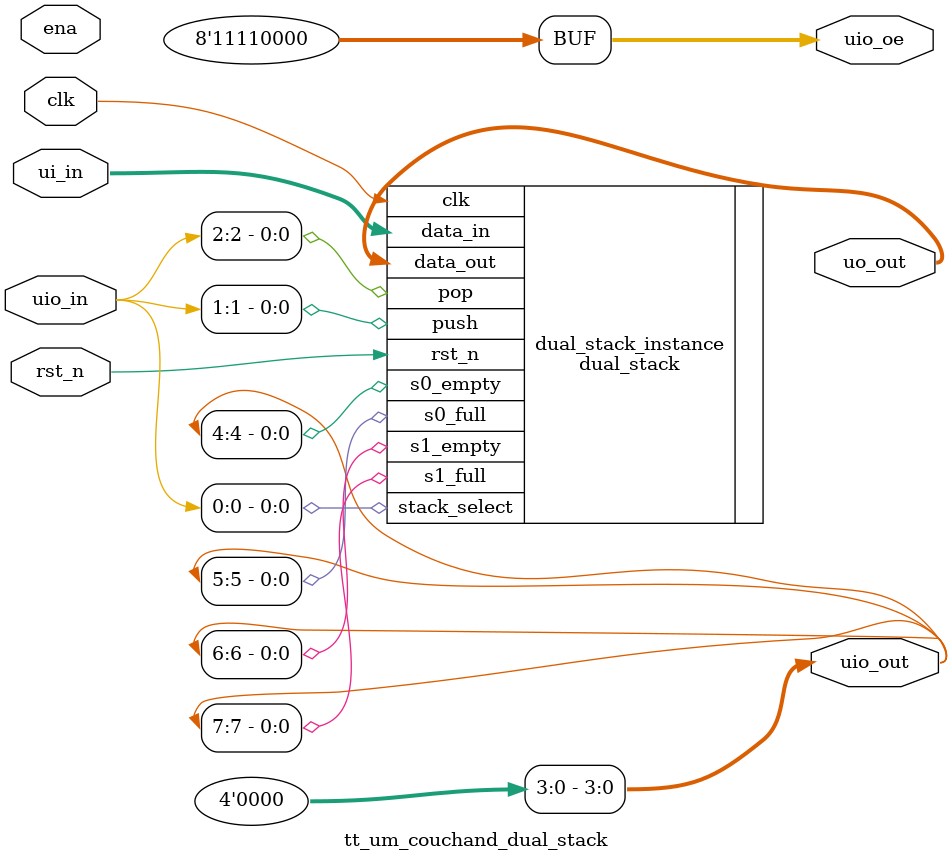
<source format=v>
/*
 * Copyright (c) 2024 Andrew Dona-Couch
 * SPDX-License-Identifier: Apache-2.0
 */

`default_nettype none

module tt_um_couchand_dual_stack (
    input  wire [7:0] ui_in,    // Dedicated inputs - connected to the input switches
    output reg  [7:0] uo_out,   // Dedicated outputs - connected to the 7 segment display
    input  wire [7:0] uio_in,   // IOs: Bidirectional Input path
    output wire [7:0] uio_out,  // IOs: Bidirectional Output path
    output wire [7:0] uio_oe,   // IOs: Bidirectional Enable path (active high: 0=input, 1=output)
    input  wire       ena,      // will go high when the design is enabled
    input  wire       clk,      // clock
    input  wire       rst_n     // reset_n - low to reset
);

  assign uio_out[3:0] = 4'b0;
  assign uio_oe = 8'b11110000;

  dual_stack dual_stack_instance (
    .clk(clk),
    .rst_n(rst_n),
    .s0_empty(uio_out[4]),
    .s0_full(uio_out[5]),
    .s1_empty(uio_out[6]),
    .s1_full(uio_out[7]),
    .stack_select(uio_in[0]),
    .push(uio_in[1]),
    .pop(uio_in[2]),
    .data_in(ui_in),
    .data_out(uo_out)
  );

endmodule

</source>
